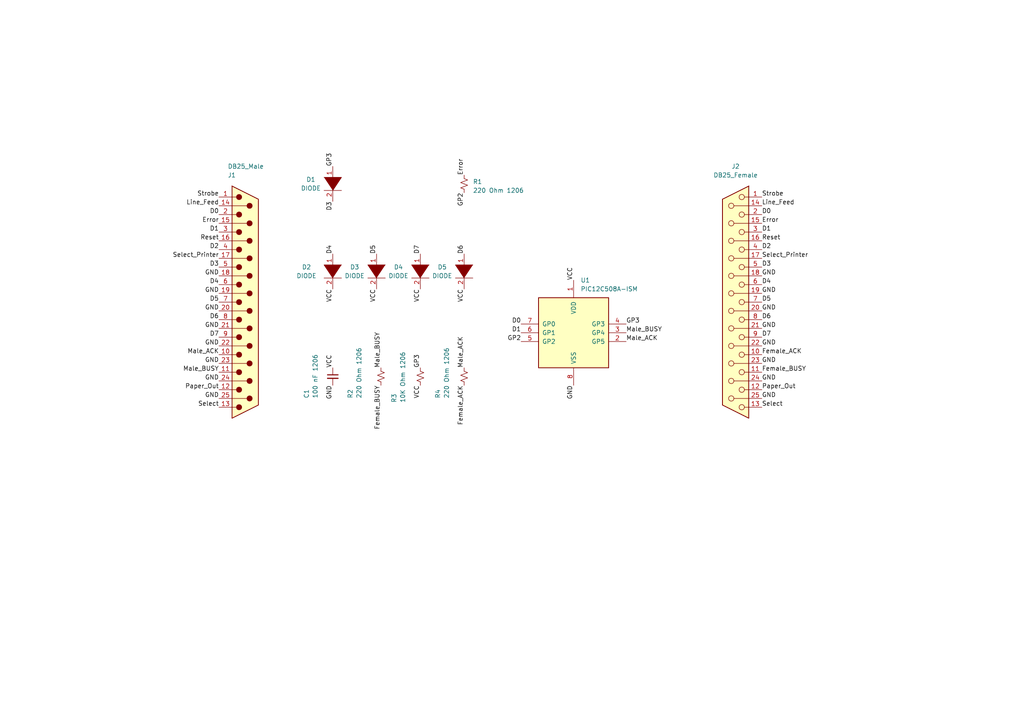
<source format=kicad_sch>
(kicad_sch (version 20230121) (generator eeschema)

  (uuid e63e39d7-6ac0-4ffd-8aa3-1841a4541b55)

  (paper "A4")

  (lib_symbols
    (symbol "Connector:DB25_Female" (pin_names (offset 1.016) hide) (in_bom yes) (on_board yes)
      (property "Reference" "J" (at 0 34.29 0)
        (effects (font (size 1.27 1.27)))
      )
      (property "Value" "DB25_Female" (at 0 -34.925 0)
        (effects (font (size 1.27 1.27)))
      )
      (property "Footprint" "" (at 0 0 0)
        (effects (font (size 1.27 1.27)) hide)
      )
      (property "Datasheet" " ~" (at 0 0 0)
        (effects (font (size 1.27 1.27)) hide)
      )
      (property "ki_keywords" "female D-SUB connector" (at 0 0 0)
        (effects (font (size 1.27 1.27)) hide)
      )
      (property "ki_description" "25-pin female D-SUB connector" (at 0 0 0)
        (effects (font (size 1.27 1.27)) hide)
      )
      (property "ki_fp_filters" "DSUB*Female*" (at 0 0 0)
        (effects (font (size 1.27 1.27)) hide)
      )
      (symbol "DB25_Female_0_1"
        (circle (center -1.778 -30.48) (radius 0.762)
          (stroke (width 0) (type default))
          (fill (type none))
        )
        (circle (center -1.778 -25.4) (radius 0.762)
          (stroke (width 0) (type default))
          (fill (type none))
        )
        (circle (center -1.778 -20.32) (radius 0.762)
          (stroke (width 0) (type default))
          (fill (type none))
        )
        (circle (center -1.778 -15.24) (radius 0.762)
          (stroke (width 0) (type default))
          (fill (type none))
        )
        (circle (center -1.778 -10.16) (radius 0.762)
          (stroke (width 0) (type default))
          (fill (type none))
        )
        (circle (center -1.778 -5.08) (radius 0.762)
          (stroke (width 0) (type default))
          (fill (type none))
        )
        (circle (center -1.778 0) (radius 0.762)
          (stroke (width 0) (type default))
          (fill (type none))
        )
        (circle (center -1.778 5.08) (radius 0.762)
          (stroke (width 0) (type default))
          (fill (type none))
        )
        (circle (center -1.778 10.16) (radius 0.762)
          (stroke (width 0) (type default))
          (fill (type none))
        )
        (circle (center -1.778 15.24) (radius 0.762)
          (stroke (width 0) (type default))
          (fill (type none))
        )
        (circle (center -1.778 20.32) (radius 0.762)
          (stroke (width 0) (type default))
          (fill (type none))
        )
        (circle (center -1.778 25.4) (radius 0.762)
          (stroke (width 0) (type default))
          (fill (type none))
        )
        (circle (center -1.778 30.48) (radius 0.762)
          (stroke (width 0) (type default))
          (fill (type none))
        )
        (polyline
          (pts
            (xy -3.81 -30.48)
            (xy -2.54 -30.48)
          )
          (stroke (width 0) (type default))
          (fill (type none))
        )
        (polyline
          (pts
            (xy -3.81 -27.94)
            (xy 0.508 -27.94)
          )
          (stroke (width 0) (type default))
          (fill (type none))
        )
        (polyline
          (pts
            (xy -3.81 -25.4)
            (xy -2.54 -25.4)
          )
          (stroke (width 0) (type default))
          (fill (type none))
        )
        (polyline
          (pts
            (xy -3.81 -22.86)
            (xy 0.508 -22.86)
          )
          (stroke (width 0) (type default))
          (fill (type none))
        )
        (polyline
          (pts
            (xy -3.81 -20.32)
            (xy -2.54 -20.32)
          )
          (stroke (width 0) (type default))
          (fill (type none))
        )
        (polyline
          (pts
            (xy -3.81 -17.78)
            (xy 0.508 -17.78)
          )
          (stroke (width 0) (type default))
          (fill (type none))
        )
        (polyline
          (pts
            (xy -3.81 -15.24)
            (xy -2.54 -15.24)
          )
          (stroke (width 0) (type default))
          (fill (type none))
        )
        (polyline
          (pts
            (xy -3.81 -12.7)
            (xy 0.508 -12.7)
          )
          (stroke (width 0) (type default))
          (fill (type none))
        )
        (polyline
          (pts
            (xy -3.81 -10.16)
            (xy -2.54 -10.16)
          )
          (stroke (width 0) (type default))
          (fill (type none))
        )
        (polyline
          (pts
            (xy -3.81 -7.62)
            (xy 0.508 -7.62)
          )
          (stroke (width 0) (type default))
          (fill (type none))
        )
        (polyline
          (pts
            (xy -3.81 -5.08)
            (xy -2.54 -5.08)
          )
          (stroke (width 0) (type default))
          (fill (type none))
        )
        (polyline
          (pts
            (xy -3.81 -2.54)
            (xy 0.508 -2.54)
          )
          (stroke (width 0) (type default))
          (fill (type none))
        )
        (polyline
          (pts
            (xy -3.81 0)
            (xy -2.54 0)
          )
          (stroke (width 0) (type default))
          (fill (type none))
        )
        (polyline
          (pts
            (xy -3.81 2.54)
            (xy 0.508 2.54)
          )
          (stroke (width 0) (type default))
          (fill (type none))
        )
        (polyline
          (pts
            (xy -3.81 5.08)
            (xy -2.54 5.08)
          )
          (stroke (width 0) (type default))
          (fill (type none))
        )
        (polyline
          (pts
            (xy -3.81 7.62)
            (xy 0.508 7.62)
          )
          (stroke (width 0) (type default))
          (fill (type none))
        )
        (polyline
          (pts
            (xy -3.81 10.16)
            (xy -2.54 10.16)
          )
          (stroke (width 0) (type default))
          (fill (type none))
        )
        (polyline
          (pts
            (xy -3.81 12.7)
            (xy 0.508 12.7)
          )
          (stroke (width 0) (type default))
          (fill (type none))
        )
        (polyline
          (pts
            (xy -3.81 15.24)
            (xy -2.54 15.24)
          )
          (stroke (width 0) (type default))
          (fill (type none))
        )
        (polyline
          (pts
            (xy -3.81 17.78)
            (xy 0.508 17.78)
          )
          (stroke (width 0) (type default))
          (fill (type none))
        )
        (polyline
          (pts
            (xy -3.81 20.32)
            (xy -2.54 20.32)
          )
          (stroke (width 0) (type default))
          (fill (type none))
        )
        (polyline
          (pts
            (xy -3.81 22.86)
            (xy 0.508 22.86)
          )
          (stroke (width 0) (type default))
          (fill (type none))
        )
        (polyline
          (pts
            (xy -3.81 25.4)
            (xy -2.54 25.4)
          )
          (stroke (width 0) (type default))
          (fill (type none))
        )
        (polyline
          (pts
            (xy -3.81 27.94)
            (xy 0.508 27.94)
          )
          (stroke (width 0) (type default))
          (fill (type none))
        )
        (polyline
          (pts
            (xy -3.81 30.48)
            (xy -2.54 30.48)
          )
          (stroke (width 0) (type default))
          (fill (type none))
        )
        (polyline
          (pts
            (xy -3.81 33.655)
            (xy 3.81 29.845)
            (xy 3.81 -29.845)
            (xy -3.81 -33.655)
            (xy -3.81 33.655)
          )
          (stroke (width 0.254) (type default))
          (fill (type background))
        )
        (circle (center 1.27 -27.94) (radius 0.762)
          (stroke (width 0) (type default))
          (fill (type none))
        )
        (circle (center 1.27 -22.86) (radius 0.762)
          (stroke (width 0) (type default))
          (fill (type none))
        )
        (circle (center 1.27 -17.78) (radius 0.762)
          (stroke (width 0) (type default))
          (fill (type none))
        )
        (circle (center 1.27 -12.7) (radius 0.762)
          (stroke (width 0) (type default))
          (fill (type none))
        )
        (circle (center 1.27 -7.62) (radius 0.762)
          (stroke (width 0) (type default))
          (fill (type none))
        )
        (circle (center 1.27 -2.54) (radius 0.762)
          (stroke (width 0) (type default))
          (fill (type none))
        )
        (circle (center 1.27 2.54) (radius 0.762)
          (stroke (width 0) (type default))
          (fill (type none))
        )
        (circle (center 1.27 7.62) (radius 0.762)
          (stroke (width 0) (type default))
          (fill (type none))
        )
        (circle (center 1.27 12.7) (radius 0.762)
          (stroke (width 0) (type default))
          (fill (type none))
        )
        (circle (center 1.27 17.78) (radius 0.762)
          (stroke (width 0) (type default))
          (fill (type none))
        )
        (circle (center 1.27 22.86) (radius 0.762)
          (stroke (width 0) (type default))
          (fill (type none))
        )
        (circle (center 1.27 27.94) (radius 0.762)
          (stroke (width 0) (type default))
          (fill (type none))
        )
      )
      (symbol "DB25_Female_1_1"
        (pin passive line (at -7.62 30.48 0) (length 3.81)
          (name "1" (effects (font (size 1.27 1.27))))
          (number "1" (effects (font (size 1.27 1.27))))
        )
        (pin passive line (at -7.62 -15.24 0) (length 3.81)
          (name "10" (effects (font (size 1.27 1.27))))
          (number "10" (effects (font (size 1.27 1.27))))
        )
        (pin passive line (at -7.62 -20.32 0) (length 3.81)
          (name "11" (effects (font (size 1.27 1.27))))
          (number "11" (effects (font (size 1.27 1.27))))
        )
        (pin passive line (at -7.62 -25.4 0) (length 3.81)
          (name "12" (effects (font (size 1.27 1.27))))
          (number "12" (effects (font (size 1.27 1.27))))
        )
        (pin passive line (at -7.62 -30.48 0) (length 3.81)
          (name "13" (effects (font (size 1.27 1.27))))
          (number "13" (effects (font (size 1.27 1.27))))
        )
        (pin passive line (at -7.62 27.94 0) (length 3.81)
          (name "P14" (effects (font (size 1.27 1.27))))
          (number "14" (effects (font (size 1.27 1.27))))
        )
        (pin passive line (at -7.62 22.86 0) (length 3.81)
          (name "P15" (effects (font (size 1.27 1.27))))
          (number "15" (effects (font (size 1.27 1.27))))
        )
        (pin passive line (at -7.62 17.78 0) (length 3.81)
          (name "P16" (effects (font (size 1.27 1.27))))
          (number "16" (effects (font (size 1.27 1.27))))
        )
        (pin passive line (at -7.62 12.7 0) (length 3.81)
          (name "P17" (effects (font (size 1.27 1.27))))
          (number "17" (effects (font (size 1.27 1.27))))
        )
        (pin passive line (at -7.62 7.62 0) (length 3.81)
          (name "P18" (effects (font (size 1.27 1.27))))
          (number "18" (effects (font (size 1.27 1.27))))
        )
        (pin passive line (at -7.62 2.54 0) (length 3.81)
          (name "P19" (effects (font (size 1.27 1.27))))
          (number "19" (effects (font (size 1.27 1.27))))
        )
        (pin passive line (at -7.62 25.4 0) (length 3.81)
          (name "2" (effects (font (size 1.27 1.27))))
          (number "2" (effects (font (size 1.27 1.27))))
        )
        (pin passive line (at -7.62 -2.54 0) (length 3.81)
          (name "P20" (effects (font (size 1.27 1.27))))
          (number "20" (effects (font (size 1.27 1.27))))
        )
        (pin passive line (at -7.62 -7.62 0) (length 3.81)
          (name "P21" (effects (font (size 1.27 1.27))))
          (number "21" (effects (font (size 1.27 1.27))))
        )
        (pin passive line (at -7.62 -12.7 0) (length 3.81)
          (name "P22" (effects (font (size 1.27 1.27))))
          (number "22" (effects (font (size 1.27 1.27))))
        )
        (pin passive line (at -7.62 -17.78 0) (length 3.81)
          (name "P23" (effects (font (size 1.27 1.27))))
          (number "23" (effects (font (size 1.27 1.27))))
        )
        (pin passive line (at -7.62 -22.86 0) (length 3.81)
          (name "P24" (effects (font (size 1.27 1.27))))
          (number "24" (effects (font (size 1.27 1.27))))
        )
        (pin passive line (at -7.62 -27.94 0) (length 3.81)
          (name "P25" (effects (font (size 1.27 1.27))))
          (number "25" (effects (font (size 1.27 1.27))))
        )
        (pin passive line (at -7.62 20.32 0) (length 3.81)
          (name "3" (effects (font (size 1.27 1.27))))
          (number "3" (effects (font (size 1.27 1.27))))
        )
        (pin passive line (at -7.62 15.24 0) (length 3.81)
          (name "4" (effects (font (size 1.27 1.27))))
          (number "4" (effects (font (size 1.27 1.27))))
        )
        (pin passive line (at -7.62 10.16 0) (length 3.81)
          (name "5" (effects (font (size 1.27 1.27))))
          (number "5" (effects (font (size 1.27 1.27))))
        )
        (pin passive line (at -7.62 5.08 0) (length 3.81)
          (name "6" (effects (font (size 1.27 1.27))))
          (number "6" (effects (font (size 1.27 1.27))))
        )
        (pin passive line (at -7.62 0 0) (length 3.81)
          (name "7" (effects (font (size 1.27 1.27))))
          (number "7" (effects (font (size 1.27 1.27))))
        )
        (pin passive line (at -7.62 -5.08 0) (length 3.81)
          (name "8" (effects (font (size 1.27 1.27))))
          (number "8" (effects (font (size 1.27 1.27))))
        )
        (pin passive line (at -7.62 -10.16 0) (length 3.81)
          (name "9" (effects (font (size 1.27 1.27))))
          (number "9" (effects (font (size 1.27 1.27))))
        )
      )
    )
    (symbol "Connector:DB25_Male" (pin_names (offset 1.016) hide) (in_bom yes) (on_board yes)
      (property "Reference" "J" (at 0 34.29 0)
        (effects (font (size 1.27 1.27)))
      )
      (property "Value" "DB25_Male" (at 0 -34.925 0)
        (effects (font (size 1.27 1.27)))
      )
      (property "Footprint" "" (at 0 0 0)
        (effects (font (size 1.27 1.27)) hide)
      )
      (property "Datasheet" " ~" (at 0 0 0)
        (effects (font (size 1.27 1.27)) hide)
      )
      (property "ki_keywords" "male D-SUB connector" (at 0 0 0)
        (effects (font (size 1.27 1.27)) hide)
      )
      (property "ki_description" "25-pin male D-SUB connector" (at 0 0 0)
        (effects (font (size 1.27 1.27)) hide)
      )
      (property "ki_fp_filters" "DSUB*Male*" (at 0 0 0)
        (effects (font (size 1.27 1.27)) hide)
      )
      (symbol "DB25_Male_0_1"
        (circle (center -1.778 -30.48) (radius 0.762)
          (stroke (width 0) (type default))
          (fill (type outline))
        )
        (circle (center -1.778 -25.4) (radius 0.762)
          (stroke (width 0) (type default))
          (fill (type outline))
        )
        (circle (center -1.778 -20.32) (radius 0.762)
          (stroke (width 0) (type default))
          (fill (type outline))
        )
        (circle (center -1.778 -15.24) (radius 0.762)
          (stroke (width 0) (type default))
          (fill (type outline))
        )
        (circle (center -1.778 -10.16) (radius 0.762)
          (stroke (width 0) (type default))
          (fill (type outline))
        )
        (circle (center -1.778 -5.08) (radius 0.762)
          (stroke (width 0) (type default))
          (fill (type outline))
        )
        (circle (center -1.778 0) (radius 0.762)
          (stroke (width 0) (type default))
          (fill (type outline))
        )
        (circle (center -1.778 5.08) (radius 0.762)
          (stroke (width 0) (type default))
          (fill (type outline))
        )
        (circle (center -1.778 10.16) (radius 0.762)
          (stroke (width 0) (type default))
          (fill (type outline))
        )
        (circle (center -1.778 15.24) (radius 0.762)
          (stroke (width 0) (type default))
          (fill (type outline))
        )
        (circle (center -1.778 20.32) (radius 0.762)
          (stroke (width 0) (type default))
          (fill (type outline))
        )
        (circle (center -1.778 25.4) (radius 0.762)
          (stroke (width 0) (type default))
          (fill (type outline))
        )
        (circle (center -1.778 30.48) (radius 0.762)
          (stroke (width 0) (type default))
          (fill (type outline))
        )
        (polyline
          (pts
            (xy -3.81 -30.48)
            (xy -2.54 -30.48)
          )
          (stroke (width 0) (type default))
          (fill (type none))
        )
        (polyline
          (pts
            (xy -3.81 -27.94)
            (xy 0.508 -27.94)
          )
          (stroke (width 0) (type default))
          (fill (type none))
        )
        (polyline
          (pts
            (xy -3.81 -25.4)
            (xy -2.54 -25.4)
          )
          (stroke (width 0) (type default))
          (fill (type none))
        )
        (polyline
          (pts
            (xy -3.81 -22.86)
            (xy 0.508 -22.86)
          )
          (stroke (width 0) (type default))
          (fill (type none))
        )
        (polyline
          (pts
            (xy -3.81 -20.32)
            (xy -2.54 -20.32)
          )
          (stroke (width 0) (type default))
          (fill (type none))
        )
        (polyline
          (pts
            (xy -3.81 -17.78)
            (xy 0.508 -17.78)
          )
          (stroke (width 0) (type default))
          (fill (type none))
        )
        (polyline
          (pts
            (xy -3.81 -15.24)
            (xy -2.54 -15.24)
          )
          (stroke (width 0) (type default))
          (fill (type none))
        )
        (polyline
          (pts
            (xy -3.81 -12.7)
            (xy 0.508 -12.7)
          )
          (stroke (width 0) (type default))
          (fill (type none))
        )
        (polyline
          (pts
            (xy -3.81 -10.16)
            (xy -2.54 -10.16)
          )
          (stroke (width 0) (type default))
          (fill (type none))
        )
        (polyline
          (pts
            (xy -3.81 -7.62)
            (xy 0.508 -7.62)
          )
          (stroke (width 0) (type default))
          (fill (type none))
        )
        (polyline
          (pts
            (xy -3.81 -5.08)
            (xy -2.54 -5.08)
          )
          (stroke (width 0) (type default))
          (fill (type none))
        )
        (polyline
          (pts
            (xy -3.81 -2.54)
            (xy 0.508 -2.54)
          )
          (stroke (width 0) (type default))
          (fill (type none))
        )
        (polyline
          (pts
            (xy -3.81 0)
            (xy -2.54 0)
          )
          (stroke (width 0) (type default))
          (fill (type none))
        )
        (polyline
          (pts
            (xy -3.81 2.54)
            (xy 0.508 2.54)
          )
          (stroke (width 0) (type default))
          (fill (type none))
        )
        (polyline
          (pts
            (xy -3.81 5.08)
            (xy -2.54 5.08)
          )
          (stroke (width 0) (type default))
          (fill (type none))
        )
        (polyline
          (pts
            (xy -3.81 7.62)
            (xy 0.508 7.62)
          )
          (stroke (width 0) (type default))
          (fill (type none))
        )
        (polyline
          (pts
            (xy -3.81 10.16)
            (xy -2.54 10.16)
          )
          (stroke (width 0) (type default))
          (fill (type none))
        )
        (polyline
          (pts
            (xy -3.81 12.7)
            (xy 0.508 12.7)
          )
          (stroke (width 0) (type default))
          (fill (type none))
        )
        (polyline
          (pts
            (xy -3.81 15.24)
            (xy -2.54 15.24)
          )
          (stroke (width 0) (type default))
          (fill (type none))
        )
        (polyline
          (pts
            (xy -3.81 17.78)
            (xy 0.508 17.78)
          )
          (stroke (width 0) (type default))
          (fill (type none))
        )
        (polyline
          (pts
            (xy -3.81 20.32)
            (xy -2.54 20.32)
          )
          (stroke (width 0) (type default))
          (fill (type none))
        )
        (polyline
          (pts
            (xy -3.81 22.86)
            (xy 0.508 22.86)
          )
          (stroke (width 0) (type default))
          (fill (type none))
        )
        (polyline
          (pts
            (xy -3.81 25.4)
            (xy -2.54 25.4)
          )
          (stroke (width 0) (type default))
          (fill (type none))
        )
        (polyline
          (pts
            (xy -3.81 27.94)
            (xy 0.508 27.94)
          )
          (stroke (width 0) (type default))
          (fill (type none))
        )
        (polyline
          (pts
            (xy -3.81 30.48)
            (xy -2.54 30.48)
          )
          (stroke (width 0) (type default))
          (fill (type none))
        )
        (polyline
          (pts
            (xy -3.81 -33.655)
            (xy 3.81 -29.845)
            (xy 3.81 29.845)
            (xy -3.81 33.655)
            (xy -3.81 -33.655)
          )
          (stroke (width 0.254) (type default))
          (fill (type background))
        )
        (circle (center 1.27 -27.94) (radius 0.762)
          (stroke (width 0) (type default))
          (fill (type outline))
        )
        (circle (center 1.27 -22.86) (radius 0.762)
          (stroke (width 0) (type default))
          (fill (type outline))
        )
        (circle (center 1.27 -17.78) (radius 0.762)
          (stroke (width 0) (type default))
          (fill (type outline))
        )
        (circle (center 1.27 -12.7) (radius 0.762)
          (stroke (width 0) (type default))
          (fill (type outline))
        )
        (circle (center 1.27 -7.62) (radius 0.762)
          (stroke (width 0) (type default))
          (fill (type outline))
        )
        (circle (center 1.27 -2.54) (radius 0.762)
          (stroke (width 0) (type default))
          (fill (type outline))
        )
        (circle (center 1.27 2.54) (radius 0.762)
          (stroke (width 0) (type default))
          (fill (type outline))
        )
        (circle (center 1.27 7.62) (radius 0.762)
          (stroke (width 0) (type default))
          (fill (type outline))
        )
        (circle (center 1.27 12.7) (radius 0.762)
          (stroke (width 0) (type default))
          (fill (type outline))
        )
        (circle (center 1.27 17.78) (radius 0.762)
          (stroke (width 0) (type default))
          (fill (type outline))
        )
        (circle (center 1.27 22.86) (radius 0.762)
          (stroke (width 0) (type default))
          (fill (type outline))
        )
        (circle (center 1.27 27.94) (radius 0.762)
          (stroke (width 0) (type default))
          (fill (type outline))
        )
      )
      (symbol "DB25_Male_1_1"
        (pin passive line (at -7.62 -30.48 0) (length 3.81)
          (name "1" (effects (font (size 1.27 1.27))))
          (number "1" (effects (font (size 1.27 1.27))))
        )
        (pin passive line (at -7.62 15.24 0) (length 3.81)
          (name "10" (effects (font (size 1.27 1.27))))
          (number "10" (effects (font (size 1.27 1.27))))
        )
        (pin passive line (at -7.62 20.32 0) (length 3.81)
          (name "11" (effects (font (size 1.27 1.27))))
          (number "11" (effects (font (size 1.27 1.27))))
        )
        (pin passive line (at -7.62 25.4 0) (length 3.81)
          (name "12" (effects (font (size 1.27 1.27))))
          (number "12" (effects (font (size 1.27 1.27))))
        )
        (pin passive line (at -7.62 30.48 0) (length 3.81)
          (name "13" (effects (font (size 1.27 1.27))))
          (number "13" (effects (font (size 1.27 1.27))))
        )
        (pin passive line (at -7.62 -27.94 0) (length 3.81)
          (name "P14" (effects (font (size 1.27 1.27))))
          (number "14" (effects (font (size 1.27 1.27))))
        )
        (pin passive line (at -7.62 -22.86 0) (length 3.81)
          (name "P15" (effects (font (size 1.27 1.27))))
          (number "15" (effects (font (size 1.27 1.27))))
        )
        (pin passive line (at -7.62 -17.78 0) (length 3.81)
          (name "P16" (effects (font (size 1.27 1.27))))
          (number "16" (effects (font (size 1.27 1.27))))
        )
        (pin passive line (at -7.62 -12.7 0) (length 3.81)
          (name "P17" (effects (font (size 1.27 1.27))))
          (number "17" (effects (font (size 1.27 1.27))))
        )
        (pin passive line (at -7.62 -7.62 0) (length 3.81)
          (name "P18" (effects (font (size 1.27 1.27))))
          (number "18" (effects (font (size 1.27 1.27))))
        )
        (pin passive line (at -7.62 -2.54 0) (length 3.81)
          (name "P19" (effects (font (size 1.27 1.27))))
          (number "19" (effects (font (size 1.27 1.27))))
        )
        (pin passive line (at -7.62 -25.4 0) (length 3.81)
          (name "2" (effects (font (size 1.27 1.27))))
          (number "2" (effects (font (size 1.27 1.27))))
        )
        (pin passive line (at -7.62 2.54 0) (length 3.81)
          (name "P20" (effects (font (size 1.27 1.27))))
          (number "20" (effects (font (size 1.27 1.27))))
        )
        (pin passive line (at -7.62 7.62 0) (length 3.81)
          (name "P21" (effects (font (size 1.27 1.27))))
          (number "21" (effects (font (size 1.27 1.27))))
        )
        (pin passive line (at -7.62 12.7 0) (length 3.81)
          (name "P22" (effects (font (size 1.27 1.27))))
          (number "22" (effects (font (size 1.27 1.27))))
        )
        (pin passive line (at -7.62 17.78 0) (length 3.81)
          (name "P23" (effects (font (size 1.27 1.27))))
          (number "23" (effects (font (size 1.27 1.27))))
        )
        (pin passive line (at -7.62 22.86 0) (length 3.81)
          (name "P24" (effects (font (size 1.27 1.27))))
          (number "24" (effects (font (size 1.27 1.27))))
        )
        (pin passive line (at -7.62 27.94 0) (length 3.81)
          (name "P25" (effects (font (size 1.27 1.27))))
          (number "25" (effects (font (size 1.27 1.27))))
        )
        (pin passive line (at -7.62 -20.32 0) (length 3.81)
          (name "3" (effects (font (size 1.27 1.27))))
          (number "3" (effects (font (size 1.27 1.27))))
        )
        (pin passive line (at -7.62 -15.24 0) (length 3.81)
          (name "4" (effects (font (size 1.27 1.27))))
          (number "4" (effects (font (size 1.27 1.27))))
        )
        (pin passive line (at -7.62 -10.16 0) (length 3.81)
          (name "5" (effects (font (size 1.27 1.27))))
          (number "5" (effects (font (size 1.27 1.27))))
        )
        (pin passive line (at -7.62 -5.08 0) (length 3.81)
          (name "6" (effects (font (size 1.27 1.27))))
          (number "6" (effects (font (size 1.27 1.27))))
        )
        (pin passive line (at -7.62 0 0) (length 3.81)
          (name "7" (effects (font (size 1.27 1.27))))
          (number "7" (effects (font (size 1.27 1.27))))
        )
        (pin passive line (at -7.62 5.08 0) (length 3.81)
          (name "8" (effects (font (size 1.27 1.27))))
          (number "8" (effects (font (size 1.27 1.27))))
        )
        (pin passive line (at -7.62 10.16 0) (length 3.81)
          (name "9" (effects (font (size 1.27 1.27))))
          (number "9" (effects (font (size 1.27 1.27))))
        )
      )
    )
    (symbol "Device:C_Small" (pin_numbers hide) (pin_names (offset 0.254) hide) (in_bom yes) (on_board yes)
      (property "Reference" "C" (at 0.254 1.778 0)
        (effects (font (size 1.27 1.27)) (justify left))
      )
      (property "Value" "C_Small" (at 0.254 -2.032 0)
        (effects (font (size 1.27 1.27)) (justify left))
      )
      (property "Footprint" "" (at 0 0 0)
        (effects (font (size 1.27 1.27)) hide)
      )
      (property "Datasheet" "~" (at 0 0 0)
        (effects (font (size 1.27 1.27)) hide)
      )
      (property "ki_keywords" "capacitor cap" (at 0 0 0)
        (effects (font (size 1.27 1.27)) hide)
      )
      (property "ki_description" "Unpolarized capacitor, small symbol" (at 0 0 0)
        (effects (font (size 1.27 1.27)) hide)
      )
      (property "ki_fp_filters" "C_*" (at 0 0 0)
        (effects (font (size 1.27 1.27)) hide)
      )
      (symbol "C_Small_0_1"
        (polyline
          (pts
            (xy -1.524 -0.508)
            (xy 1.524 -0.508)
          )
          (stroke (width 0.3302) (type default))
          (fill (type none))
        )
        (polyline
          (pts
            (xy -1.524 0.508)
            (xy 1.524 0.508)
          )
          (stroke (width 0.3048) (type default))
          (fill (type none))
        )
      )
      (symbol "C_Small_1_1"
        (pin passive line (at 0 2.54 270) (length 2.032)
          (name "~" (effects (font (size 1.27 1.27))))
          (number "1" (effects (font (size 1.27 1.27))))
        )
        (pin passive line (at 0 -2.54 90) (length 2.032)
          (name "~" (effects (font (size 1.27 1.27))))
          (number "2" (effects (font (size 1.27 1.27))))
        )
      )
    )
    (symbol "Device:R_Small_US" (pin_numbers hide) (pin_names (offset 0.254) hide) (in_bom yes) (on_board yes)
      (property "Reference" "R" (at 0.762 0.508 0)
        (effects (font (size 1.27 1.27)) (justify left))
      )
      (property "Value" "R_Small_US" (at 0.762 -1.016 0)
        (effects (font (size 1.27 1.27)) (justify left))
      )
      (property "Footprint" "" (at 0 0 0)
        (effects (font (size 1.27 1.27)) hide)
      )
      (property "Datasheet" "~" (at 0 0 0)
        (effects (font (size 1.27 1.27)) hide)
      )
      (property "ki_keywords" "r resistor" (at 0 0 0)
        (effects (font (size 1.27 1.27)) hide)
      )
      (property "ki_description" "Resistor, small US symbol" (at 0 0 0)
        (effects (font (size 1.27 1.27)) hide)
      )
      (property "ki_fp_filters" "R_*" (at 0 0 0)
        (effects (font (size 1.27 1.27)) hide)
      )
      (symbol "R_Small_US_1_1"
        (polyline
          (pts
            (xy 0 0)
            (xy 1.016 -0.381)
            (xy 0 -0.762)
            (xy -1.016 -1.143)
            (xy 0 -1.524)
          )
          (stroke (width 0) (type default))
          (fill (type none))
        )
        (polyline
          (pts
            (xy 0 1.524)
            (xy 1.016 1.143)
            (xy 0 0.762)
            (xy -1.016 0.381)
            (xy 0 0)
          )
          (stroke (width 0) (type default))
          (fill (type none))
        )
        (pin passive line (at 0 2.54 270) (length 1.016)
          (name "~" (effects (font (size 1.27 1.27))))
          (number "1" (effects (font (size 1.27 1.27))))
        )
        (pin passive line (at 0 -2.54 90) (length 1.016)
          (name "~" (effects (font (size 1.27 1.27))))
          (number "2" (effects (font (size 1.27 1.27))))
        )
      )
    )
    (symbol "MCU_Microchip_PIC12:PIC12C508A-ISM" (pin_names (offset 1.016)) (in_bom yes) (on_board yes)
      (property "Reference" "U" (at 1.27 13.97 0)
        (effects (font (size 1.27 1.27)) (justify left))
      )
      (property "Value" "PIC12C508A-ISM" (at 1.27 11.43 0)
        (effects (font (size 1.27 1.27)) (justify left))
      )
      (property "Footprint" "Package_DIP:DIP-8_W7.62mm" (at 15.24 16.51 0)
        (effects (font (size 1.27 1.27)) hide)
      )
      (property "Datasheet" "http://ww1.microchip.com/downloads/en/devicedoc/40139e.pdf" (at 0 0 0)
        (effects (font (size 1.27 1.27)) hide)
      )
      (property "ki_keywords" "8-Bit CMOS Microcontroller" (at 0 0 0)
        (effects (font (size 1.27 1.27)) hide)
      )
      (property "ki_description" "PIC12C508A, 512W EPROM, 25B SRAM, SO8 Wide" (at 0 0 0)
        (effects (font (size 1.27 1.27)) hide)
      )
      (property "ki_fp_filters" "DIP*W7.62mm*" (at 0 0 0)
        (effects (font (size 1.27 1.27)) hide)
      )
      (symbol "PIC12C508A-ISM_0_1"
        (rectangle (start 10.16 -10.16) (end -10.16 10.16)
          (stroke (width 0.254) (type default))
          (fill (type background))
        )
      )
      (symbol "PIC12C508A-ISM_1_1"
        (pin power_in line (at 0 15.24 270) (length 5.08)
          (name "VDD" (effects (font (size 1.27 1.27))))
          (number "1" (effects (font (size 1.27 1.27))))
        )
        (pin bidirectional line (at 15.24 -2.54 180) (length 5.08)
          (name "GP5" (effects (font (size 1.27 1.27))))
          (number "2" (effects (font (size 1.27 1.27))))
        )
        (pin bidirectional line (at 15.24 0 180) (length 5.08)
          (name "GP4" (effects (font (size 1.27 1.27))))
          (number "3" (effects (font (size 1.27 1.27))))
        )
        (pin input line (at 15.24 2.54 180) (length 5.08)
          (name "GP3" (effects (font (size 1.27 1.27))))
          (number "4" (effects (font (size 1.27 1.27))))
        )
        (pin bidirectional line (at -15.24 -2.54 0) (length 5.08)
          (name "GP2" (effects (font (size 1.27 1.27))))
          (number "5" (effects (font (size 1.27 1.27))))
        )
        (pin bidirectional line (at -15.24 0 0) (length 5.08)
          (name "GP1" (effects (font (size 1.27 1.27))))
          (number "6" (effects (font (size 1.27 1.27))))
        )
        (pin bidirectional line (at -15.24 2.54 0) (length 5.08)
          (name "GP0" (effects (font (size 1.27 1.27))))
          (number "7" (effects (font (size 1.27 1.27))))
        )
        (pin power_in line (at 0 -15.24 90) (length 5.08)
          (name "VSS" (effects (font (size 1.27 1.27))))
          (number "8" (effects (font (size 1.27 1.27))))
        )
      )
    )
    (symbol "pspice:DIODE" (pin_names (offset 1.016) hide) (in_bom yes) (on_board yes)
      (property "Reference" "D" (at 0 3.81 0)
        (effects (font (size 1.27 1.27)))
      )
      (property "Value" "DIODE" (at 0 -4.445 0)
        (effects (font (size 1.27 1.27)))
      )
      (property "Footprint" "" (at 0 0 0)
        (effects (font (size 1.27 1.27)) hide)
      )
      (property "Datasheet" "~" (at 0 0 0)
        (effects (font (size 1.27 1.27)) hide)
      )
      (property "ki_keywords" "simulation" (at 0 0 0)
        (effects (font (size 1.27 1.27)) hide)
      )
      (property "ki_description" "Diode symbol for simulation only. Pin order incompatible with official kicad footprints" (at 0 0 0)
        (effects (font (size 1.27 1.27)) hide)
      )
      (symbol "DIODE_0_1"
        (polyline
          (pts
            (xy 1.905 2.54)
            (xy 1.905 -2.54)
          )
          (stroke (width 0) (type default))
          (fill (type none))
        )
        (polyline
          (pts
            (xy -1.905 2.54)
            (xy -1.905 -2.54)
            (xy 1.905 0)
          )
          (stroke (width 0) (type default))
          (fill (type outline))
        )
      )
      (symbol "DIODE_1_1"
        (pin input line (at -5.08 0 0) (length 3.81)
          (name "K" (effects (font (size 1.27 1.27))))
          (number "1" (effects (font (size 1.27 1.27))))
        )
        (pin input line (at 5.08 0 180) (length 3.81)
          (name "A" (effects (font (size 1.27 1.27))))
          (number "2" (effects (font (size 1.27 1.27))))
        )
      )
    )
  )


  (label "D2" (at 220.98 72.39 0) (fields_autoplaced)
    (effects (font (size 1.27 1.27)) (justify left bottom))
    (uuid 0286b1ab-bbf9-4bc9-a367-1b9c4fe75a0c)
  )
  (label "GP3" (at 121.92 106.68 90) (fields_autoplaced)
    (effects (font (size 1.27 1.27)) (justify left bottom))
    (uuid 0461b894-5189-447c-812f-f2ba45200ea4)
  )
  (label "Strobe" (at 220.98 57.15 0) (fields_autoplaced)
    (effects (font (size 1.27 1.27)) (justify left bottom))
    (uuid 0d98b148-ee47-4c84-a642-d4794b139828)
  )
  (label "GND" (at 63.5 115.57 180) (fields_autoplaced)
    (effects (font (size 1.27 1.27)) (justify right bottom))
    (uuid 1322b7d6-b8cf-4e60-ac26-46da292c1e32)
  )
  (label "D7" (at 63.5 97.79 180) (fields_autoplaced)
    (effects (font (size 1.27 1.27)) (justify right bottom))
    (uuid 14bc26d8-b0a2-4b22-9182-c79295a06ac0)
  )
  (label "Line_Feed" (at 220.98 59.69 0) (fields_autoplaced)
    (effects (font (size 1.27 1.27)) (justify left bottom))
    (uuid 177ceef7-873b-48c2-abd9-3626036841ea)
  )
  (label "GND" (at 63.5 80.01 180) (fields_autoplaced)
    (effects (font (size 1.27 1.27)) (justify right bottom))
    (uuid 1844f746-d9b2-4746-a74a-1aa017a4e251)
  )
  (label "GND" (at 220.98 105.41 0) (fields_autoplaced)
    (effects (font (size 1.27 1.27)) (justify left bottom))
    (uuid 1e354d97-74cf-4ec9-ad85-71cea8995d1e)
  )
  (label "D2" (at 63.5 72.39 180) (fields_autoplaced)
    (effects (font (size 1.27 1.27)) (justify right bottom))
    (uuid 20ef192c-7df3-4232-a623-49a535ef6030)
  )
  (label "D5" (at 220.98 87.63 0) (fields_autoplaced)
    (effects (font (size 1.27 1.27)) (justify left bottom))
    (uuid 2145c6d8-b8a3-49de-9a68-209288e007a3)
  )
  (label "Reset" (at 63.5 69.85 180) (fields_autoplaced)
    (effects (font (size 1.27 1.27)) (justify right bottom))
    (uuid 2168b02d-7794-4cf3-895b-391b4d54d1da)
  )
  (label "GND" (at 220.98 95.25 0) (fields_autoplaced)
    (effects (font (size 1.27 1.27)) (justify left bottom))
    (uuid 250fa900-8c36-495c-a65c-4e6f4e788e4d)
  )
  (label "Select" (at 63.5 118.11 180) (fields_autoplaced)
    (effects (font (size 1.27 1.27)) (justify right bottom))
    (uuid 263a568e-e201-429f-80c4-71a588309968)
  )
  (label "Error" (at 134.62 50.8 90) (fields_autoplaced)
    (effects (font (size 1.27 1.27)) (justify left bottom))
    (uuid 298b82d8-d541-47fd-865f-03136bd68773)
  )
  (label "VCC" (at 121.92 111.76 270) (fields_autoplaced)
    (effects (font (size 1.27 1.27)) (justify right bottom))
    (uuid 2a002e3e-3818-4a2e-a562-668f961724ab)
  )
  (label "D6" (at 63.5 92.71 180) (fields_autoplaced)
    (effects (font (size 1.27 1.27)) (justify right bottom))
    (uuid 2b1c15e9-95fe-4d2c-90dd-5e5fbe199464)
  )
  (label "Female_BUSY" (at 110.49 111.76 270) (fields_autoplaced)
    (effects (font (size 1.27 1.27)) (justify right bottom))
    (uuid 2cad518e-7f91-495d-9c02-a7b00637aa6a)
  )
  (label "VCC" (at 166.37 81.28 90) (fields_autoplaced)
    (effects (font (size 1.27 1.27)) (justify left bottom))
    (uuid 2d136b04-6327-4db7-a324-84125a388c4e)
  )
  (label "GND" (at 96.52 111.76 270) (fields_autoplaced)
    (effects (font (size 1.27 1.27)) (justify right bottom))
    (uuid 2d5b46ff-372a-473c-a17d-a173443d7539)
  )
  (label "D7" (at 121.92 73.66 90) (fields_autoplaced)
    (effects (font (size 1.27 1.27)) (justify left bottom))
    (uuid 2ef8026b-38a5-4463-a28b-842a575cd9e5)
  )
  (label "Paper_Out" (at 63.5 113.03 180) (fields_autoplaced)
    (effects (font (size 1.27 1.27)) (justify right bottom))
    (uuid 2f676565-0381-48f0-835a-c3b6b5356699)
  )
  (label "GND" (at 220.98 115.57 0) (fields_autoplaced)
    (effects (font (size 1.27 1.27)) (justify left bottom))
    (uuid 33124e76-8bfa-4cf9-8e88-9c2b6f1ff975)
  )
  (label "GND" (at 63.5 105.41 180) (fields_autoplaced)
    (effects (font (size 1.27 1.27)) (justify right bottom))
    (uuid 33face77-3d68-46f5-b7b4-0f8a6c92211a)
  )
  (label "Female_ACK" (at 134.62 111.76 270) (fields_autoplaced)
    (effects (font (size 1.27 1.27)) (justify right bottom))
    (uuid 355460e6-380a-4454-93f2-9b4830d944ec)
  )
  (label "D1" (at 151.13 96.52 180) (fields_autoplaced)
    (effects (font (size 1.27 1.27)) (justify right bottom))
    (uuid 38c480b7-01b6-44ce-8bc9-93f9ad04eb2c)
  )
  (label "Select_Printer" (at 63.5 74.93 180) (fields_autoplaced)
    (effects (font (size 1.27 1.27)) (justify right bottom))
    (uuid 3db51845-a7a9-40cb-9cdd-b8df37e1fdaf)
  )
  (label "GP2" (at 134.62 55.88 270) (fields_autoplaced)
    (effects (font (size 1.27 1.27)) (justify right bottom))
    (uuid 3dc2f011-30ee-4f68-af5c-22ed1b35393e)
  )
  (label "Male_BUSY" (at 63.5 107.95 180) (fields_autoplaced)
    (effects (font (size 1.27 1.27)) (justify right bottom))
    (uuid 3f61c87c-313a-4608-a54f-b4a612870496)
  )
  (label "Male_BUSY" (at 110.49 106.68 90) (fields_autoplaced)
    (effects (font (size 1.27 1.27)) (justify left bottom))
    (uuid 400c1730-354d-45ff-ba19-df0ad5697e90)
  )
  (label "Line_Feed" (at 63.5 59.69 180) (fields_autoplaced)
    (effects (font (size 1.27 1.27)) (justify right bottom))
    (uuid 45969474-0e9c-439e-8dfd-fffc6aeed836)
  )
  (label "D0" (at 220.98 62.23 0) (fields_autoplaced)
    (effects (font (size 1.27 1.27)) (justify left bottom))
    (uuid 50ffb6ef-eaf9-47a6-bd82-7e73e19139f4)
  )
  (label "D6" (at 220.98 92.71 0) (fields_autoplaced)
    (effects (font (size 1.27 1.27)) (justify left bottom))
    (uuid 57301a20-7cd5-430b-a84b-cc71d92115ba)
  )
  (label "VCC" (at 96.52 106.68 90) (fields_autoplaced)
    (effects (font (size 1.27 1.27)) (justify left bottom))
    (uuid 5eb27e85-411a-442a-ba3f-d7d1bf420107)
  )
  (label "GND" (at 220.98 100.33 0) (fields_autoplaced)
    (effects (font (size 1.27 1.27)) (justify left bottom))
    (uuid 5ee66071-7344-4b7f-bc65-d33fed587e1b)
  )
  (label "D1" (at 220.98 67.31 0) (fields_autoplaced)
    (effects (font (size 1.27 1.27)) (justify left bottom))
    (uuid 62fa7de9-5247-4de8-8649-06f0a602f343)
  )
  (label "D0" (at 151.13 93.98 180) (fields_autoplaced)
    (effects (font (size 1.27 1.27)) (justify right bottom))
    (uuid 67669d97-101b-4eb2-9a55-0f94730486a3)
  )
  (label "D4" (at 220.98 82.55 0) (fields_autoplaced)
    (effects (font (size 1.27 1.27)) (justify left bottom))
    (uuid 6e594dba-47c8-4276-b609-1065845c4f9a)
  )
  (label "GP2" (at 151.13 99.06 180) (fields_autoplaced)
    (effects (font (size 1.27 1.27)) (justify right bottom))
    (uuid 748b003e-d7b4-4e84-8957-c6c352c80f21)
  )
  (label "VCC" (at 134.62 83.82 270) (fields_autoplaced)
    (effects (font (size 1.27 1.27)) (justify right bottom))
    (uuid 7c27e148-3744-4cad-9bff-93549be3be49)
  )
  (label "D5" (at 109.22 73.66 90) (fields_autoplaced)
    (effects (font (size 1.27 1.27)) (justify left bottom))
    (uuid 7f18538f-afd5-425f-a452-1908cab4750d)
  )
  (label "GND" (at 166.37 111.76 270) (fields_autoplaced)
    (effects (font (size 1.27 1.27)) (justify right bottom))
    (uuid 8250165e-26ea-4327-a9ec-504bc062d72b)
  )
  (label "Female_ACK" (at 220.98 102.87 0) (fields_autoplaced)
    (effects (font (size 1.27 1.27)) (justify left bottom))
    (uuid 8749eae6-2baf-4bc4-bd77-9b13f18aada6)
  )
  (label "GND" (at 63.5 90.17 180) (fields_autoplaced)
    (effects (font (size 1.27 1.27)) (justify right bottom))
    (uuid 8770cb58-8fd7-4944-ad24-dc39d5be5688)
  )
  (label "GND" (at 220.98 90.17 0) (fields_autoplaced)
    (effects (font (size 1.27 1.27)) (justify left bottom))
    (uuid 87b2158b-17bd-48c8-822a-5800e654bae6)
  )
  (label "VCC" (at 109.22 83.82 270) (fields_autoplaced)
    (effects (font (size 1.27 1.27)) (justify right bottom))
    (uuid 8bddd1d6-f75b-4a06-8d93-481020f422eb)
  )
  (label "Error" (at 63.5 64.77 180) (fields_autoplaced)
    (effects (font (size 1.27 1.27)) (justify right bottom))
    (uuid 8f909ac9-6fa5-4166-9b11-62092865a9e5)
  )
  (label "GND" (at 220.98 85.09 0) (fields_autoplaced)
    (effects (font (size 1.27 1.27)) (justify left bottom))
    (uuid 9004e503-490b-41ac-9628-aa59da57a5a2)
  )
  (label "D3" (at 96.52 58.42 270) (fields_autoplaced)
    (effects (font (size 1.27 1.27)) (justify right bottom))
    (uuid 911bfe22-ec10-4a46-8c28-24ecb2490c49)
  )
  (label "Paper_Out" (at 220.98 113.03 0) (fields_autoplaced)
    (effects (font (size 1.27 1.27)) (justify left bottom))
    (uuid 959f13d3-bd8f-4872-b734-126a2d3f4a2e)
  )
  (label "GND" (at 220.98 80.01 0) (fields_autoplaced)
    (effects (font (size 1.27 1.27)) (justify left bottom))
    (uuid 9675447d-5ca9-432e-a1d6-95291349ee7e)
  )
  (label "D6" (at 134.62 73.66 90) (fields_autoplaced)
    (effects (font (size 1.27 1.27)) (justify left bottom))
    (uuid 99b1e535-25c3-4867-b6a2-f8cec4672bd3)
  )
  (label "Select_Printer" (at 220.98 74.93 0) (fields_autoplaced)
    (effects (font (size 1.27 1.27)) (justify left bottom))
    (uuid 9dc35d43-4757-4337-b732-358f707bddda)
  )
  (label "Male_ACK" (at 181.61 99.06 0) (fields_autoplaced)
    (effects (font (size 1.27 1.27)) (justify left bottom))
    (uuid a1f07be6-1789-4c5e-b7b8-82007407321b)
  )
  (label "GP3" (at 96.52 48.26 90) (fields_autoplaced)
    (effects (font (size 1.27 1.27)) (justify left bottom))
    (uuid a9927eb2-dd27-4386-af21-262db96d30d8)
  )
  (label "Strobe" (at 63.5 57.15 180) (fields_autoplaced)
    (effects (font (size 1.27 1.27)) (justify right bottom))
    (uuid aa80523b-9cc9-49d1-acc6-df32ab8c8f53)
  )
  (label "GND" (at 63.5 100.33 180) (fields_autoplaced)
    (effects (font (size 1.27 1.27)) (justify right bottom))
    (uuid aad412c3-9988-4cb1-bb90-03454ad1138a)
  )
  (label "Female_BUSY" (at 220.98 107.95 0) (fields_autoplaced)
    (effects (font (size 1.27 1.27)) (justify left bottom))
    (uuid b284db45-0a46-4a6d-a288-532af8c11ac8)
  )
  (label "VCC" (at 96.52 83.82 270) (fields_autoplaced)
    (effects (font (size 1.27 1.27)) (justify right bottom))
    (uuid b2df60bc-91a9-41c2-bd5c-dc57c031fa41)
  )
  (label "D0" (at 63.5 62.23 180) (fields_autoplaced)
    (effects (font (size 1.27 1.27)) (justify right bottom))
    (uuid b949808a-6187-4716-bc29-dc2d3b46e25c)
  )
  (label "D3" (at 63.5 77.47 180) (fields_autoplaced)
    (effects (font (size 1.27 1.27)) (justify right bottom))
    (uuid bceab061-04e3-48f6-8cff-b3b42b84f17e)
  )
  (label "GND" (at 63.5 85.09 180) (fields_autoplaced)
    (effects (font (size 1.27 1.27)) (justify right bottom))
    (uuid bd1b4f63-7adc-45ec-9e6e-f0b8fdc1cde6)
  )
  (label "Male_ACK" (at 63.5 102.87 180) (fields_autoplaced)
    (effects (font (size 1.27 1.27)) (justify right bottom))
    (uuid bd20e158-fb69-415f-9ccd-602acde48e85)
  )
  (label "Error" (at 220.98 64.77 0) (fields_autoplaced)
    (effects (font (size 1.27 1.27)) (justify left bottom))
    (uuid c1443671-fbf8-45d0-8fbf-589b20b6c03a)
  )
  (label "GND" (at 220.98 110.49 0) (fields_autoplaced)
    (effects (font (size 1.27 1.27)) (justify left bottom))
    (uuid c4ec9e65-21e6-4969-b302-b584fd474acb)
  )
  (label "GP3" (at 181.61 93.98 0) (fields_autoplaced)
    (effects (font (size 1.27 1.27)) (justify left bottom))
    (uuid c57f7963-ce8d-4d57-b9ee-16ba1cc562e6)
  )
  (label "D1" (at 63.5 67.31 180) (fields_autoplaced)
    (effects (font (size 1.27 1.27)) (justify right bottom))
    (uuid c5e6511d-e75b-4873-93a7-f7ad5b8daa66)
  )
  (label "D5" (at 63.5 87.63 180) (fields_autoplaced)
    (effects (font (size 1.27 1.27)) (justify right bottom))
    (uuid c6262b4c-5c38-4b95-8cf4-28b0b4665a0b)
  )
  (label "D7" (at 220.98 97.79 0) (fields_autoplaced)
    (effects (font (size 1.27 1.27)) (justify left bottom))
    (uuid c729ecf0-13ce-4cbb-ab17-2b17c5b3b055)
  )
  (label "GND" (at 63.5 95.25 180) (fields_autoplaced)
    (effects (font (size 1.27 1.27)) (justify right bottom))
    (uuid ca1122ba-a183-45f2-ad38-4e371ed3e9c2)
  )
  (label "Male_BUSY" (at 181.61 96.52 0) (fields_autoplaced)
    (effects (font (size 1.27 1.27)) (justify left bottom))
    (uuid d1eb2892-d02f-42f1-aa9d-88075a673ee4)
  )
  (label "VCC" (at 121.92 83.82 270) (fields_autoplaced)
    (effects (font (size 1.27 1.27)) (justify right bottom))
    (uuid dbcc982e-0987-4fc1-9db6-77da40b18e23)
  )
  (label "Reset" (at 220.98 69.85 0) (fields_autoplaced)
    (effects (font (size 1.27 1.27)) (justify left bottom))
    (uuid dd5717ec-a56a-4bd8-a29d-a800056d7ee1)
  )
  (label "D3" (at 220.98 77.47 0) (fields_autoplaced)
    (effects (font (size 1.27 1.27)) (justify left bottom))
    (uuid e805f33d-5119-42cd-88ff-17c5ec0641c9)
  )
  (label "D4" (at 63.5 82.55 180) (fields_autoplaced)
    (effects (font (size 1.27 1.27)) (justify right bottom))
    (uuid ea765912-8dfc-436c-a12a-f4797243b5f5)
  )
  (label "Select" (at 220.98 118.11 0) (fields_autoplaced)
    (effects (font (size 1.27 1.27)) (justify left bottom))
    (uuid f1acdc7c-9b1c-4234-a19d-a43a91541660)
  )
  (label "GND" (at 63.5 110.49 180) (fields_autoplaced)
    (effects (font (size 1.27 1.27)) (justify right bottom))
    (uuid f216ed37-b9b3-470f-8cd8-49fc061fe8a3)
  )
  (label "D4" (at 96.52 73.66 90) (fields_autoplaced)
    (effects (font (size 1.27 1.27)) (justify left bottom))
    (uuid f81226fa-91be-4351-ad29-a8cbdaca2501)
  )
  (label "Male_ACK" (at 134.62 106.68 90) (fields_autoplaced)
    (effects (font (size 1.27 1.27)) (justify left bottom))
    (uuid fae1c797-f0b9-4acb-88ab-901e68351226)
  )

  (symbol (lib_id "MCU_Microchip_PIC12:PIC12C508A-ISM") (at 166.37 96.52 0) (unit 1)
    (in_bom yes) (on_board yes) (dnp no) (fields_autoplaced)
    (uuid 0030af45-9cbd-4108-9b0f-2e3885996ada)
    (property "Reference" "U1" (at 168.3894 81.28 0)
      (effects (font (size 1.27 1.27)) (justify left))
    )
    (property "Value" "PIC12C508A-ISM" (at 168.3894 83.82 0)
      (effects (font (size 1.27 1.27)) (justify left))
    )
    (property "Footprint" "REF1309:PIC 12C508A" (at 181.61 80.01 0)
      (effects (font (size 1.27 1.27)) hide)
    )
    (property "Datasheet" "http://ww1.microchip.com/downloads/en/devicedoc/40139e.pdf" (at 166.37 96.52 0)
      (effects (font (size 1.27 1.27)) hide)
    )
    (pin "1" (uuid 03d3f3dc-57cc-4a5d-b588-5d7b6cd2d907))
    (pin "2" (uuid 2363b90c-8ba8-4db6-8da4-1697927bfa20))
    (pin "3" (uuid ea8a827f-ae0c-4cf1-8927-35f036a4c0c6))
    (pin "4" (uuid 24c15d01-09b5-4670-b959-8af6e6af1e8b))
    (pin "5" (uuid 673bfed3-8ea2-4c4e-90cb-43c157577acc))
    (pin "6" (uuid b87874c0-94cc-4c07-ba3e-122eba035d95))
    (pin "7" (uuid 4fb0e04e-2e86-4a66-af42-c7ef807978e8))
    (pin "8" (uuid 61b88d46-be89-4c29-b51a-6cdbecda0683))
    (instances
      (project "REF1309"
        (path "/e63e39d7-6ac0-4ffd-8aa3-1841a4541b55"
          (reference "U1") (unit 1)
        )
      )
    )
  )

  (symbol (lib_id "Device:C_Small") (at 96.52 109.22 0) (unit 1)
    (in_bom yes) (on_board yes) (dnp no)
    (uuid 0c99c7dd-e2a4-487e-ad6e-62e2d4c11e0a)
    (property "Reference" "C1" (at 88.9 115.57 90)
      (effects (font (size 1.27 1.27)) (justify left))
    )
    (property "Value" "100 nF 1206" (at 91.44 115.57 90)
      (effects (font (size 1.27 1.27)) (justify left))
    )
    (property "Footprint" "REF1309:Cap or Res" (at 96.52 109.22 0)
      (effects (font (size 1.27 1.27)) hide)
    )
    (property "Datasheet" "~" (at 96.52 109.22 0)
      (effects (font (size 1.27 1.27)) hide)
    )
    (pin "1" (uuid 941355d9-cc60-4d1c-bba6-4078a30529f4))
    (pin "2" (uuid 0555104b-780e-4ebf-a66e-b525fa2e6f24))
    (instances
      (project "REF1309"
        (path "/e63e39d7-6ac0-4ffd-8aa3-1841a4541b55"
          (reference "C1") (unit 1)
        )
      )
    )
  )

  (symbol (lib_id "Device:R_Small_US") (at 134.62 109.22 0) (unit 1)
    (in_bom yes) (on_board yes) (dnp no)
    (uuid 1d23a639-db64-4ae1-969f-8fb1d06e9d04)
    (property "Reference" "R4" (at 127 115.57 90)
      (effects (font (size 1.27 1.27)) (justify left))
    )
    (property "Value" "220 Ohm 1206" (at 129.54 115.57 90)
      (effects (font (size 1.27 1.27)) (justify left))
    )
    (property "Footprint" "REF1309:Cap or Res" (at 134.62 109.22 0)
      (effects (font (size 1.27 1.27)) hide)
    )
    (property "Datasheet" "~" (at 134.62 109.22 0)
      (effects (font (size 1.27 1.27)) hide)
    )
    (pin "1" (uuid b72aaacf-4683-4df4-9e60-1a4b5785f973))
    (pin "2" (uuid c8f52e79-1c85-4d36-abb4-161a4b988f81))
    (instances
      (project "REF1309"
        (path "/e63e39d7-6ac0-4ffd-8aa3-1841a4541b55"
          (reference "R4") (unit 1)
        )
      )
    )
  )

  (symbol (lib_id "pspice:DIODE") (at 109.22 78.74 270) (unit 1)
    (in_bom yes) (on_board yes) (dnp no)
    (uuid 1fcf4402-3abf-43fc-93d9-78721d05a741)
    (property "Reference" "D3" (at 102.87 77.47 90)
      (effects (font (size 1.27 1.27)))
    )
    (property "Value" "DIODE" (at 102.87 80.01 90)
      (effects (font (size 1.27 1.27)))
    )
    (property "Footprint" "REF1309:Diode" (at 109.22 78.74 0)
      (effects (font (size 1.27 1.27)) hide)
    )
    (property "Datasheet" "~" (at 109.22 78.74 0)
      (effects (font (size 1.27 1.27)) hide)
    )
    (pin "1" (uuid 5f474b0c-f559-4e59-b124-30769ce23c0e))
    (pin "2" (uuid 650fba86-c87a-4156-bf72-74ea182f24f1))
    (instances
      (project "REF1309"
        (path "/e63e39d7-6ac0-4ffd-8aa3-1841a4541b55"
          (reference "D3") (unit 1)
        )
      )
    )
  )

  (symbol (lib_id "pspice:DIODE") (at 96.52 53.34 90) (mirror x) (unit 1)
    (in_bom yes) (on_board yes) (dnp no)
    (uuid 39affe26-1f4a-4ba8-bd3e-ea8a43caf618)
    (property "Reference" "D1" (at 90.17 52.07 90)
      (effects (font (size 1.27 1.27)))
    )
    (property "Value" "DIODE" (at 90.17 54.61 90)
      (effects (font (size 1.27 1.27)))
    )
    (property "Footprint" "REF1309:Diode" (at 96.52 53.34 0)
      (effects (font (size 1.27 1.27)) hide)
    )
    (property "Datasheet" "~" (at 96.52 53.34 0)
      (effects (font (size 1.27 1.27)) hide)
    )
    (pin "1" (uuid d49dce48-7aee-447f-9e87-1113d4d3225a))
    (pin "2" (uuid 2fd90d72-8f59-46e7-9dce-c5f8bf7a4061))
    (instances
      (project "REF1309"
        (path "/e63e39d7-6ac0-4ffd-8aa3-1841a4541b55"
          (reference "D1") (unit 1)
        )
      )
    )
  )

  (symbol (lib_id "Device:R_Small_US") (at 110.49 109.22 0) (unit 1)
    (in_bom yes) (on_board yes) (dnp no)
    (uuid 4c64bf08-15a5-49e3-8bdf-11610156f848)
    (property "Reference" "R2" (at 101.6 115.57 90)
      (effects (font (size 1.27 1.27)) (justify left))
    )
    (property "Value" "220 Ohm 1206" (at 104.14 115.57 90)
      (effects (font (size 1.27 1.27)) (justify left))
    )
    (property "Footprint" "REF1309:Cap or Res" (at 110.49 109.22 0)
      (effects (font (size 1.27 1.27)) hide)
    )
    (property "Datasheet" "~" (at 110.49 109.22 0)
      (effects (font (size 1.27 1.27)) hide)
    )
    (pin "1" (uuid c06a38b3-d260-4f74-a24b-da200b6c4e96))
    (pin "2" (uuid 250c0113-75a7-44ef-a9b2-fb162bd446f8))
    (instances
      (project "REF1309"
        (path "/e63e39d7-6ac0-4ffd-8aa3-1841a4541b55"
          (reference "R2") (unit 1)
        )
      )
    )
  )

  (symbol (lib_id "pspice:DIODE") (at 121.92 78.74 270) (unit 1)
    (in_bom yes) (on_board yes) (dnp no)
    (uuid 78c02e2f-1b84-483d-b118-a5f060afac7c)
    (property "Reference" "D4" (at 115.57 77.47 90)
      (effects (font (size 1.27 1.27)))
    )
    (property "Value" "DIODE" (at 115.57 80.01 90)
      (effects (font (size 1.27 1.27)))
    )
    (property "Footprint" "REF1309:Diode" (at 121.92 78.74 0)
      (effects (font (size 1.27 1.27)) hide)
    )
    (property "Datasheet" "~" (at 121.92 78.74 0)
      (effects (font (size 1.27 1.27)) hide)
    )
    (pin "1" (uuid 756864c6-10f1-4805-ba68-ff126f66c855))
    (pin "2" (uuid 69498899-0c03-4df8-8e40-03f3627ff08e))
    (instances
      (project "REF1309"
        (path "/e63e39d7-6ac0-4ffd-8aa3-1841a4541b55"
          (reference "D4") (unit 1)
        )
      )
    )
  )

  (symbol (lib_id "Connector:DB25_Female") (at 213.36 87.63 0) (mirror y) (unit 1)
    (in_bom yes) (on_board yes) (dnp no) (fields_autoplaced)
    (uuid bace1c82-95a6-4669-a7e7-5bc2416e7e84)
    (property "Reference" "J2" (at 213.36 48.26 0)
      (effects (font (size 1.27 1.27)))
    )
    (property "Value" "DB25_Female" (at 213.36 50.8 0)
      (effects (font (size 1.27 1.27)))
    )
    (property "Footprint" "Connector_Dsub:DSUB-25_Female_EdgeMount_P2.77mm" (at 213.36 87.63 0)
      (effects (font (size 1.27 1.27)) hide)
    )
    (property "Datasheet" " ~" (at 213.36 87.63 0)
      (effects (font (size 1.27 1.27)) hide)
    )
    (pin "1" (uuid 45580b2c-f853-4bae-b48d-8b2b7a8c9649))
    (pin "10" (uuid 26cd24ad-dc7e-4f22-8cf0-d09179b0d265))
    (pin "11" (uuid 3f473a8d-2328-4446-9e36-aaf72c0dfceb))
    (pin "12" (uuid fd41e0a0-0c45-4beb-acb0-15535c603bb5))
    (pin "13" (uuid d9486185-1c1d-4547-bd7d-6cdded6e4187))
    (pin "14" (uuid 8fe07dfe-267e-4da8-ab2a-a7d656544a34))
    (pin "15" (uuid fd04ef58-75d9-44e8-b553-d9bff716e067))
    (pin "16" (uuid 1d5c7df0-522c-4a10-9a69-07abea9a1183))
    (pin "17" (uuid ee19307b-ab88-4d6f-9dfb-4149660b5a08))
    (pin "18" (uuid 80215c98-408c-4508-93c7-1e56cf06a8a8))
    (pin "19" (uuid 211ba5f5-6627-4b10-b9d4-2b719a124b05))
    (pin "2" (uuid 306245f6-c9a6-4171-8c7a-27ad4c131cc8))
    (pin "20" (uuid 6884c1b4-ba74-400a-b15a-2bf546c04e73))
    (pin "21" (uuid 6ec69bf0-bd27-4e31-8522-71d586cb9b08))
    (pin "22" (uuid 3be5bd27-9454-4a5f-b633-97d435ecd4be))
    (pin "23" (uuid 60e6d176-aade-439f-80d8-764c13ba9024))
    (pin "24" (uuid 7056f785-c3a5-4410-b6bb-e5d4b16e698a))
    (pin "25" (uuid fa93048a-0287-417c-a157-84428f11f7dd))
    (pin "3" (uuid 2143a25a-25e8-4e2e-9312-ce2f7400ce5a))
    (pin "4" (uuid c9a3c459-3ae2-4228-8c64-9130d340c1be))
    (pin "5" (uuid 6bd7efd5-74f5-4b09-8bb7-5762073a2f78))
    (pin "6" (uuid f1926e02-3170-4727-853e-1c4f3bbf137d))
    (pin "7" (uuid 181135d6-242b-4baf-94b0-054802ef6df0))
    (pin "8" (uuid 811d06c8-e35a-4323-8e51-11882cc1e2ee))
    (pin "9" (uuid 03f16627-7ce3-4e9a-9706-778678e98c1c))
    (instances
      (project "REF1309"
        (path "/e63e39d7-6ac0-4ffd-8aa3-1841a4541b55"
          (reference "J2") (unit 1)
        )
      )
    )
  )

  (symbol (lib_id "pspice:DIODE") (at 134.62 78.74 270) (unit 1)
    (in_bom yes) (on_board yes) (dnp no)
    (uuid cfa126e2-1045-4497-be93-6681d5f25665)
    (property "Reference" "D5" (at 128.27 77.47 90)
      (effects (font (size 1.27 1.27)))
    )
    (property "Value" "DIODE" (at 128.27 80.01 90)
      (effects (font (size 1.27 1.27)))
    )
    (property "Footprint" "REF1309:Diode" (at 134.62 78.74 0)
      (effects (font (size 1.27 1.27)) hide)
    )
    (property "Datasheet" "~" (at 134.62 78.74 0)
      (effects (font (size 1.27 1.27)) hide)
    )
    (pin "1" (uuid e9b3f6c6-0f9c-4a20-ad72-88fcb345745d))
    (pin "2" (uuid c536e65d-86ba-4966-8733-0dbb52b94b1d))
    (instances
      (project "REF1309"
        (path "/e63e39d7-6ac0-4ffd-8aa3-1841a4541b55"
          (reference "D5") (unit 1)
        )
      )
    )
  )

  (symbol (lib_id "pspice:DIODE") (at 96.52 78.74 270) (unit 1)
    (in_bom yes) (on_board yes) (dnp no)
    (uuid d1d21eca-9885-44ce-abb7-e2f670d82417)
    (property "Reference" "D2" (at 88.9 77.47 90)
      (effects (font (size 1.27 1.27)))
    )
    (property "Value" "DIODE" (at 88.9 80.01 90)
      (effects (font (size 1.27 1.27)))
    )
    (property "Footprint" "REF1309:Diode" (at 96.52 78.74 0)
      (effects (font (size 1.27 1.27)) hide)
    )
    (property "Datasheet" "~" (at 96.52 78.74 0)
      (effects (font (size 1.27 1.27)) hide)
    )
    (pin "1" (uuid 841dc418-7392-46cb-8e61-53ebb480133b))
    (pin "2" (uuid 1138f1a9-da72-48c3-a562-3889e92d948e))
    (instances
      (project "REF1309"
        (path "/e63e39d7-6ac0-4ffd-8aa3-1841a4541b55"
          (reference "D2") (unit 1)
        )
      )
    )
  )

  (symbol (lib_id "Connector:DB25_Male") (at 71.12 87.63 0) (mirror x) (unit 1)
    (in_bom yes) (on_board yes) (dnp no)
    (uuid df83f395-2d18-47e2-a370-952ca41c2b3a)
    (property "Reference" "J1" (at 66.04 50.8 0)
      (effects (font (size 1.27 1.27)) (justify left))
    )
    (property "Value" "DB25_Male" (at 66.04 48.26 0)
      (effects (font (size 1.27 1.27)) (justify left))
    )
    (property "Footprint" "Connector_Dsub:DSUB-25_Male_EdgeMount_P2.77mm" (at 71.12 87.63 0)
      (effects (font (size 1.27 1.27)) hide)
    )
    (property "Datasheet" " ~" (at 71.12 87.63 0)
      (effects (font (size 1.27 1.27)) hide)
    )
    (pin "1" (uuid d8200a86-aa75-47a3-ad2a-7f4c9c999a6f))
    (pin "10" (uuid 465137b4-f6f7-4d51-9b40-b161947d5cc1))
    (pin "11" (uuid d1cd5391-31d2-459f-8adb-4ae3f304a833))
    (pin "12" (uuid 4086cbd7-6ba7-4e63-8da9-17e60627ee17))
    (pin "13" (uuid bb8162f0-99c8-4884-be5b-c0d0c7e81ff6))
    (pin "14" (uuid 91fc5800-6029-46b1-848d-ca0091f97267))
    (pin "15" (uuid 275b6416-db29-42cc-9307-bf426917c3b4))
    (pin "16" (uuid 3c22d605-7855-4cc6-8ad2-906cadbd02dc))
    (pin "17" (uuid bd085057-7c0e-463a-982b-968a2dc1f0f8))
    (pin "18" (uuid c66a19ed-90c0-4502-ae75-6a4c4ab9f297))
    (pin "19" (uuid 8eb98c56-17e4-4de6-a3e3-06dcfa392040))
    (pin "2" (uuid 22962957-1efd-404d-83db-5b233b6c15b0))
    (pin "20" (uuid cd1cff81-9d8a-4511-96d6-4ddb79484001))
    (pin "21" (uuid 88606262-3ac5-44a1-aacc-18b26cf4d396))
    (pin "22" (uuid 0554bea0-89b2-4e25-9ea3-4c73921c94cb))
    (pin "23" (uuid 8d063f79-9282-4820-bcf4-1ff3c006cf08))
    (pin "24" (uuid af186015-d283-4209-aade-a247e5de01df))
    (pin "25" (uuid 29126f72-63f7-4275-8b12-6b96a71c6f17))
    (pin "3" (uuid 9da1ace0-4181-4f12-80f8-16786a9e5c07))
    (pin "4" (uuid 2ea8fa6f-efc3-40fe-bcf9-05bfa46ead4f))
    (pin "5" (uuid e2fac877-439c-4da0-af2e-5fdc70f85d42))
    (pin "6" (uuid da546d77-4b03-4562-8fc6-837fd68e7691))
    (pin "7" (uuid 4641c87c-bffa-41fe-ae77-be3a97a6f797))
    (pin "8" (uuid 4cc0e615-05a0-4f42-a208-4011ba8ef841))
    (pin "9" (uuid 98966de3-2364-43d8-a2e0-b03bb9487b03))
    (instances
      (project "REF1309"
        (path "/e63e39d7-6ac0-4ffd-8aa3-1841a4541b55"
          (reference "J1") (unit 1)
        )
      )
    )
  )

  (symbol (lib_id "Device:R_Small_US") (at 134.62 53.34 0) (unit 1)
    (in_bom yes) (on_board yes) (dnp no) (fields_autoplaced)
    (uuid e9f07dc3-1c06-4043-a506-9d297402d74f)
    (property "Reference" "R1" (at 137.16 52.705 0)
      (effects (font (size 1.27 1.27)) (justify left))
    )
    (property "Value" "220 Ohm 1206" (at 137.16 55.245 0)
      (effects (font (size 1.27 1.27)) (justify left))
    )
    (property "Footprint" "REF1309:Cap or Res" (at 134.62 53.34 0)
      (effects (font (size 1.27 1.27)) hide)
    )
    (property "Datasheet" "~" (at 134.62 53.34 0)
      (effects (font (size 1.27 1.27)) hide)
    )
    (pin "1" (uuid b86f2c71-8f35-446e-aadf-8c7a595cbf75))
    (pin "2" (uuid 32ccf32d-45bd-4805-a750-9fc6e42427c8))
    (instances
      (project "REF1309"
        (path "/e63e39d7-6ac0-4ffd-8aa3-1841a4541b55"
          (reference "R1") (unit 1)
        )
      )
    )
  )

  (symbol (lib_id "Device:R_Small_US") (at 121.92 109.22 0) (unit 1)
    (in_bom yes) (on_board yes) (dnp no)
    (uuid f4bc4457-980c-4b79-ba52-4f452486e77b)
    (property "Reference" "R3" (at 114.3 116.84 90)
      (effects (font (size 1.27 1.27)) (justify left))
    )
    (property "Value" "10K Ohm 1206" (at 116.84 116.84 90)
      (effects (font (size 1.27 1.27)) (justify left))
    )
    (property "Footprint" "REF1309:Cap or Res" (at 121.92 109.22 0)
      (effects (font (size 1.27 1.27)) hide)
    )
    (property "Datasheet" "~" (at 121.92 109.22 0)
      (effects (font (size 1.27 1.27)) hide)
    )
    (pin "1" (uuid e3e410e4-c667-4a9a-a827-55e5c435866c))
    (pin "2" (uuid 5864a2dd-9621-4dcc-b746-ff86e3cbcefb))
    (instances
      (project "REF1309"
        (path "/e63e39d7-6ac0-4ffd-8aa3-1841a4541b55"
          (reference "R3") (unit 1)
        )
      )
    )
  )

  (sheet_instances
    (path "/" (page "1"))
  )
)

</source>
